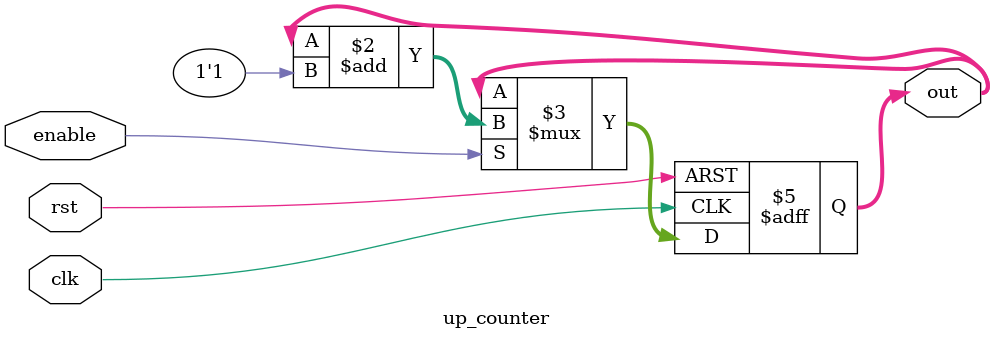
<source format=v>

module configurable_register #(
    parameter SIZE = 8  // Default size of the register is 8 bits
)(
    input wire clk,         // Clock signal
    input wire reset,       // Asynchronous reset signal
    input wire [SIZE-1:0] d,  // Data input
    input wire load,        // Load enable signal
    output reg [SIZE-1:0] q   // Data output
);

always @(posedge clk or posedge reset) begin
    if (reset) begin
        q <= {SIZE{1'b0}};  // Reset the register to all zeros
    end else if (load) begin
        q <= d;  // Load the data into the register
    end
end

endmodule



module configurable_shift_register #(
    parameter SIZE = 8, shift_size = 2   // Default size of the register is 8 bits
)(
    input wire clk,         // Clock signal
    input wire reset,       // Asynchronous reset signal
    input wire [SIZE-1:0] d,  // Data input
    input wire load, shift,        // Load enable signal
    output reg [SIZE-1:0] q,   // Data output
    output wire [shift_size-1:0] shift_out   // Data output
);

always @(posedge clk or posedge reset) begin
    if (reset) begin
        q <= {SIZE{1'b0}};  // Reset the register to all zeros
    end else if (load) begin
        q <= d;  // Load the data into the register
    end else if (shift)begin
        q <= {{shift_size{1'b0}}, q[SIZE - 1 : shift_size]};
    end
end

assign shift_out = q[shift_size - 1 : 0];

endmodule



module sellector #(
    parameter input_size = 8
)(
    input wire [input_size - 1 : 0] x, xbar, x_2,
    input wire one, neg, zero,
    output wire [input_size - 1 : 0] out
);


assign out =zero ?{input_size{1'b0}} : one ? (neg ? xbar : x) : x_2; 


endmodule


module recoder(
    input wire x_1, x_0, c_in,
    input wire one, neg, zero, c_out
);

    assign one = x_0 ^ c_in;
    assign neg = ( (x_1 & c_in) | (x_1 & x_0) );
    assign c_out = neg;
    assign zero = ( (x_1 & x_0 & c_in) | ( ~x_1 & ~x_0 & ~c_in));


endmodule


module up_counter (clk,rst,enable ,out);

   input clk, rst , enable;
   output reg [2:0] out;

	always @(posedge clk, posedge rst) begin
		if (rst) begin
		out <= 3'b0 ;
		end 
		else if (enable) begin
		out <= out + 1'b1;
		end
	end

endmodule


</source>
